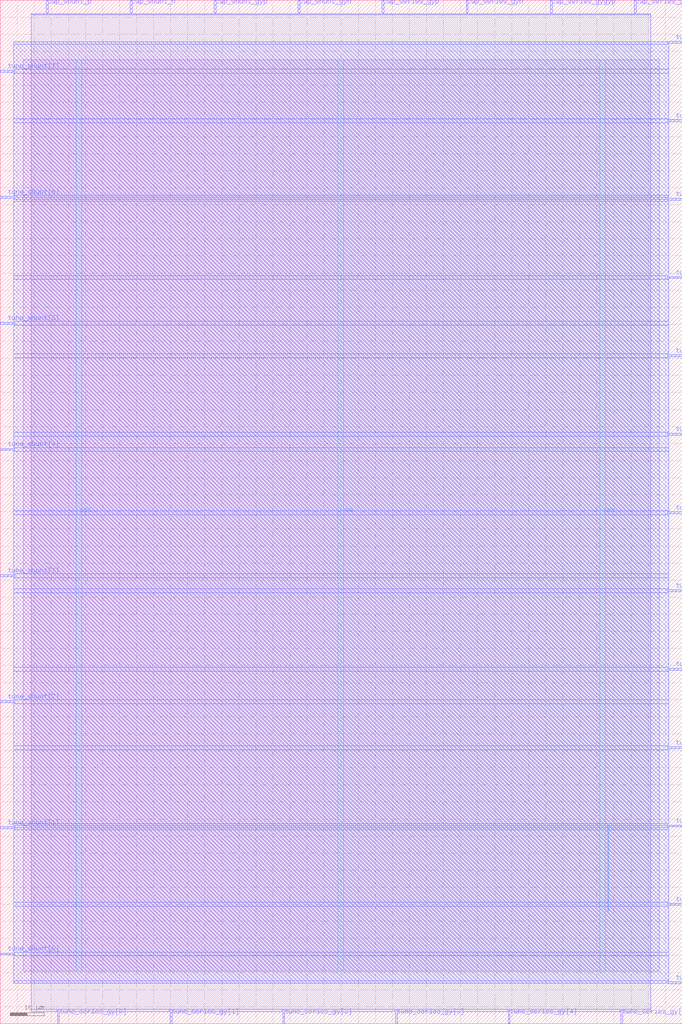
<source format=lef>
VERSION 5.7 ;
  NOWIREEXTENSIONATPIN ON ;
  DIVIDERCHAR "/" ;
  BUSBITCHARS "[]" ;
MACRO caparray_s1
  CLASS BLOCK ;
  FOREIGN caparray_s1 ;
  ORIGIN 0.000 0.000 ;
  SIZE 200.000 BY 300.000 ;
  PIN cap_series_gygyn
    DIRECTION INOUT ;
    USE SIGNAL ;
    PORT
      LAYER Metal2 ;
        RECT 185.920 296.000 186.480 300.000 ;
    END
  END cap_series_gygyn
  PIN cap_series_gygyp
    DIRECTION INOUT ;
    USE SIGNAL ;
    PORT
      LAYER Metal2 ;
        RECT 161.280 296.000 161.840 300.000 ;
    END
  END cap_series_gygyp
  PIN cap_series_gyn
    DIRECTION INOUT ;
    USE SIGNAL ;
    PORT
      LAYER Metal2 ;
        RECT 136.640 296.000 137.200 300.000 ;
    END
  END cap_series_gyn
  PIN cap_series_gyp
    DIRECTION INOUT ;
    USE SIGNAL ;
    PORT
      LAYER Metal2 ;
        RECT 112.000 296.000 112.560 300.000 ;
    END
  END cap_series_gyp
  PIN cap_shunt_gyn
    DIRECTION INOUT ;
    USE SIGNAL ;
    PORT
      LAYER Metal2 ;
        RECT 87.360 296.000 87.920 300.000 ;
    END
  END cap_shunt_gyn
  PIN cap_shunt_gyp
    DIRECTION INOUT ;
    USE SIGNAL ;
    PORT
      LAYER Metal2 ;
        RECT 62.720 296.000 63.280 300.000 ;
    END
  END cap_shunt_gyp
  PIN cap_shunt_n
    DIRECTION INOUT ;
    USE SIGNAL ;
    PORT
      LAYER Metal2 ;
        RECT 38.080 296.000 38.640 300.000 ;
    END
  END cap_shunt_n
  PIN cap_shunt_p
    DIRECTION INOUT ;
    USE SIGNAL ;
    PORT
      LAYER Metal2 ;
        RECT 13.440 296.000 14.000 300.000 ;
    END
  END cap_shunt_p
  PIN tune_series_gy[0]
    DIRECTION INPUT ;
    USE SIGNAL ;
    PORT
      LAYER Metal2 ;
        RECT 16.800 0.000 17.360 4.000 ;
    END
  END tune_series_gy[0]
  PIN tune_series_gy[1]
    DIRECTION INPUT ;
    USE SIGNAL ;
    PORT
      LAYER Metal2 ;
        RECT 49.840 0.000 50.400 4.000 ;
    END
  END tune_series_gy[1]
  PIN tune_series_gy[2]
    DIRECTION INPUT ;
    USE SIGNAL ;
    PORT
      LAYER Metal2 ;
        RECT 82.880 0.000 83.440 4.000 ;
    END
  END tune_series_gy[2]
  PIN tune_series_gy[3]
    DIRECTION INPUT ;
    USE SIGNAL ;
    PORT
      LAYER Metal2 ;
        RECT 115.920 0.000 116.480 4.000 ;
    END
  END tune_series_gy[3]
  PIN tune_series_gy[4]
    DIRECTION INPUT ;
    USE SIGNAL ;
    PORT
      LAYER Metal2 ;
        RECT 148.960 0.000 149.520 4.000 ;
    END
  END tune_series_gy[4]
  PIN tune_series_gy[5]
    DIRECTION INPUT ;
    USE SIGNAL ;
    PORT
      LAYER Metal2 ;
        RECT 182.000 0.000 182.560 4.000 ;
    END
  END tune_series_gy[5]
  PIN tune_series_gygy[0]
    DIRECTION INPUT ;
    USE SIGNAL ;
    PORT
      LAYER Metal3 ;
        RECT 196.000 11.760 200.000 12.320 ;
    END
  END tune_series_gygy[0]
  PIN tune_series_gygy[1]
    DIRECTION INPUT ;
    USE SIGNAL ;
    PORT
      LAYER Metal3 ;
        RECT 196.000 34.720 200.000 35.280 ;
    END
  END tune_series_gygy[1]
  PIN tune_series_gygy[2]
    DIRECTION INPUT ;
    USE SIGNAL ;
    PORT
      LAYER Metal3 ;
        RECT 196.000 57.680 200.000 58.240 ;
    END
  END tune_series_gygy[2]
  PIN tune_series_gygy[3]
    DIRECTION INPUT ;
    USE SIGNAL ;
    PORT
      LAYER Metal3 ;
        RECT 196.000 80.640 200.000 81.200 ;
    END
  END tune_series_gygy[3]
  PIN tune_series_gygy[4]
    DIRECTION INPUT ;
    USE SIGNAL ;
    PORT
      LAYER Metal3 ;
        RECT 196.000 103.600 200.000 104.160 ;
    END
  END tune_series_gygy[4]
  PIN tune_series_gygy[5]
    DIRECTION INPUT ;
    USE SIGNAL ;
    PORT
      LAYER Metal3 ;
        RECT 196.000 126.560 200.000 127.120 ;
    END
  END tune_series_gygy[5]
  PIN tune_shunt[0]
    DIRECTION INPUT ;
    USE SIGNAL ;
    PORT
      LAYER Metal3 ;
        RECT 0.000 20.160 4.000 20.720 ;
    END
  END tune_shunt[0]
  PIN tune_shunt[1]
    DIRECTION INPUT ;
    USE SIGNAL ;
    PORT
      LAYER Metal3 ;
        RECT 0.000 57.120 4.000 57.680 ;
    END
  END tune_shunt[1]
  PIN tune_shunt[2]
    DIRECTION INPUT ;
    USE SIGNAL ;
    PORT
      LAYER Metal3 ;
        RECT 0.000 94.080 4.000 94.640 ;
    END
  END tune_shunt[2]
  PIN tune_shunt[3]
    DIRECTION INPUT ;
    USE SIGNAL ;
    PORT
      LAYER Metal3 ;
        RECT 0.000 131.040 4.000 131.600 ;
    END
  END tune_shunt[3]
  PIN tune_shunt[4]
    DIRECTION INPUT ;
    USE SIGNAL ;
    PORT
      LAYER Metal3 ;
        RECT 0.000 168.000 4.000 168.560 ;
    END
  END tune_shunt[4]
  PIN tune_shunt[5]
    DIRECTION INPUT ;
    USE SIGNAL ;
    PORT
      LAYER Metal3 ;
        RECT 0.000 204.960 4.000 205.520 ;
    END
  END tune_shunt[5]
  PIN tune_shunt[6]
    DIRECTION INPUT ;
    USE SIGNAL ;
    PORT
      LAYER Metal3 ;
        RECT 0.000 241.920 4.000 242.480 ;
    END
  END tune_shunt[6]
  PIN tune_shunt[7]
    DIRECTION INPUT ;
    USE SIGNAL ;
    PORT
      LAYER Metal3 ;
        RECT 0.000 278.880 4.000 279.440 ;
    END
  END tune_shunt[7]
  PIN tune_shunt_gy[0]
    DIRECTION INPUT ;
    USE SIGNAL ;
    PORT
      LAYER Metal3 ;
        RECT 196.000 149.520 200.000 150.080 ;
    END
  END tune_shunt_gy[0]
  PIN tune_shunt_gy[1]
    DIRECTION INPUT ;
    USE SIGNAL ;
    PORT
      LAYER Metal3 ;
        RECT 196.000 172.480 200.000 173.040 ;
    END
  END tune_shunt_gy[1]
  PIN tune_shunt_gy[2]
    DIRECTION INPUT ;
    USE SIGNAL ;
    PORT
      LAYER Metal3 ;
        RECT 196.000 195.440 200.000 196.000 ;
    END
  END tune_shunt_gy[2]
  PIN tune_shunt_gy[3]
    DIRECTION INPUT ;
    USE SIGNAL ;
    PORT
      LAYER Metal3 ;
        RECT 196.000 218.400 200.000 218.960 ;
    END
  END tune_shunt_gy[3]
  PIN tune_shunt_gy[4]
    DIRECTION INPUT ;
    USE SIGNAL ;
    PORT
      LAYER Metal3 ;
        RECT 196.000 241.360 200.000 241.920 ;
    END
  END tune_shunt_gy[4]
  PIN tune_shunt_gy[5]
    DIRECTION INPUT ;
    USE SIGNAL ;
    PORT
      LAYER Metal3 ;
        RECT 196.000 264.320 200.000 264.880 ;
    END
  END tune_shunt_gy[5]
  PIN tune_shunt_gy[6]
    DIRECTION INPUT ;
    USE SIGNAL ;
    PORT
      LAYER Metal3 ;
        RECT 196.000 287.280 200.000 287.840 ;
    END
  END tune_shunt_gy[6]
  PIN vdd
    DIRECTION INOUT ;
    USE POWER ;
    PORT
      LAYER Metal4 ;
        RECT 22.240 15.380 23.840 282.540 ;
    END
    PORT
      LAYER Metal4 ;
        RECT 175.840 15.380 177.440 282.540 ;
    END
  END vdd
  PIN vss
    DIRECTION INOUT ;
    USE GROUND ;
    PORT
      LAYER Metal4 ;
        RECT 99.040 15.380 100.640 282.540 ;
    END
  END vss
  OBS
      LAYER Metal1 ;
        RECT 6.720 15.380 193.200 282.540 ;
      LAYER Metal2 ;
        RECT 9.100 295.700 13.140 296.000 ;
        RECT 14.300 295.700 37.780 296.000 ;
        RECT 38.940 295.700 62.420 296.000 ;
        RECT 63.580 295.700 87.060 296.000 ;
        RECT 88.220 295.700 111.700 296.000 ;
        RECT 112.860 295.700 136.340 296.000 ;
        RECT 137.500 295.700 160.980 296.000 ;
        RECT 162.140 295.700 185.620 296.000 ;
        RECT 186.780 295.700 190.820 296.000 ;
        RECT 9.100 4.300 190.820 295.700 ;
        RECT 9.100 3.500 16.500 4.300 ;
        RECT 17.660 3.500 49.540 4.300 ;
        RECT 50.700 3.500 82.580 4.300 ;
        RECT 83.740 3.500 115.620 4.300 ;
        RECT 116.780 3.500 148.660 4.300 ;
        RECT 149.820 3.500 181.700 4.300 ;
        RECT 182.860 3.500 190.820 4.300 ;
      LAYER Metal3 ;
        RECT 4.000 286.980 195.700 287.700 ;
        RECT 4.000 279.740 196.000 286.980 ;
        RECT 4.300 278.580 196.000 279.740 ;
        RECT 4.000 265.180 196.000 278.580 ;
        RECT 4.000 264.020 195.700 265.180 ;
        RECT 4.000 242.780 196.000 264.020 ;
        RECT 4.300 242.220 196.000 242.780 ;
        RECT 4.300 241.620 195.700 242.220 ;
        RECT 4.000 241.060 195.700 241.620 ;
        RECT 4.000 219.260 196.000 241.060 ;
        RECT 4.000 218.100 195.700 219.260 ;
        RECT 4.000 205.820 196.000 218.100 ;
        RECT 4.300 204.660 196.000 205.820 ;
        RECT 4.000 196.300 196.000 204.660 ;
        RECT 4.000 195.140 195.700 196.300 ;
        RECT 4.000 173.340 196.000 195.140 ;
        RECT 4.000 172.180 195.700 173.340 ;
        RECT 4.000 168.860 196.000 172.180 ;
        RECT 4.300 167.700 196.000 168.860 ;
        RECT 4.000 150.380 196.000 167.700 ;
        RECT 4.000 149.220 195.700 150.380 ;
        RECT 4.000 131.900 196.000 149.220 ;
        RECT 4.300 130.740 196.000 131.900 ;
        RECT 4.000 127.420 196.000 130.740 ;
        RECT 4.000 126.260 195.700 127.420 ;
        RECT 4.000 104.460 196.000 126.260 ;
        RECT 4.000 103.300 195.700 104.460 ;
        RECT 4.000 94.940 196.000 103.300 ;
        RECT 4.300 93.780 196.000 94.940 ;
        RECT 4.000 81.500 196.000 93.780 ;
        RECT 4.000 80.340 195.700 81.500 ;
        RECT 4.000 58.540 196.000 80.340 ;
        RECT 4.000 57.980 195.700 58.540 ;
        RECT 4.300 57.380 195.700 57.980 ;
        RECT 4.300 56.820 196.000 57.380 ;
        RECT 4.000 35.580 196.000 56.820 ;
        RECT 4.000 34.420 195.700 35.580 ;
        RECT 4.000 21.020 196.000 34.420 ;
        RECT 4.300 19.860 196.000 21.020 ;
        RECT 4.000 12.620 196.000 19.860 ;
        RECT 4.000 11.900 195.700 12.620 ;
      LAYER Metal4 ;
        RECT 178.220 33.130 178.500 58.150 ;
  END
END caparray_s1
END LIBRARY


</source>
